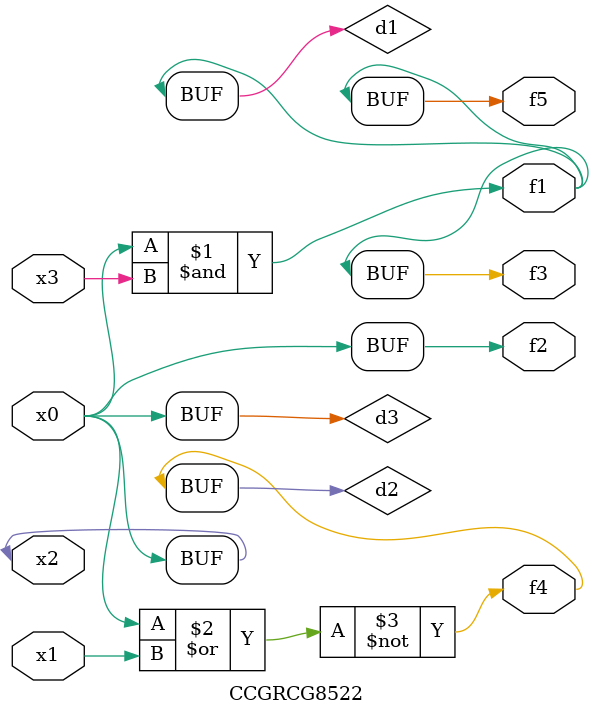
<source format=v>
module CCGRCG8522(
	input x0, x1, x2, x3,
	output f1, f2, f3, f4, f5
);

	wire d1, d2, d3;

	and (d1, x2, x3);
	nor (d2, x0, x1);
	buf (d3, x0, x2);
	assign f1 = d1;
	assign f2 = d3;
	assign f3 = d1;
	assign f4 = d2;
	assign f5 = d1;
endmodule

</source>
